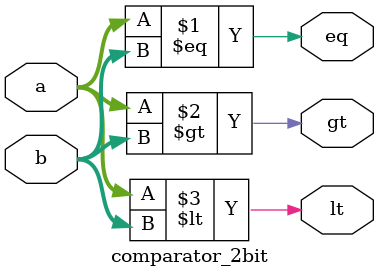
<source format=v>
`timescale 1ns / 1ps

module comparator_2bit(
    input [1:0] a, b,
    output eq, gt, lt
);
    assign eq = (a == b);
    assign gt = (a > b);
    assign lt = (a < b);
endmodule

</source>
